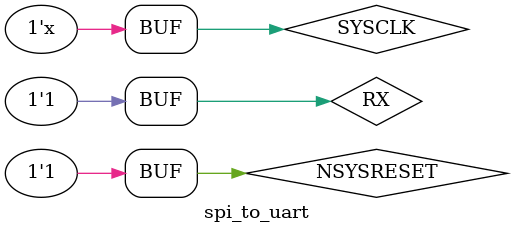
<source format=v>

`timescale 1ns/100ps

module spi_to_uart;

parameter SYSCLK_PERIOD = 20;// 50MHZ

reg SYSCLK;
reg NSYSRESET;
reg RX;
wire SPISDO;
//wire SPISDO_0;
wire SPISCLKO;
wire TX;
wire [15:0]Q;
wire EMPTY;
wire [15:0]SPI_data;
wire RE;
wire SPIRXAVAIL;
//wire [3:0]next_state;
//wire [15:0]PRDATA;
//wire [15:0]SPI_data;
//wire PC_valid;
//wire [15:0]PC_data_reg;

initial
begin
    SYSCLK = 1'b0;
    NSYSRESET = 1'b0;
    RX    = 1'b1;
end

//////////////////////////////////////////////////////////////////////
// Reset Pulse
//////////////////////////////////////////////////////////////////////
initial
begin
    #(SYSCLK_PERIOD * 10 )
        NSYSRESET = 1'b1;
end


//////////////////////////////////////////////////////////////////////
// Clock Driver
//////////////////////////////////////////////////////////////////////
always @(SYSCLK)
    #(SYSCLK_PERIOD / 2.0) SYSCLK <= !SYSCLK;


initial
begin
    #(SYSCLK_PERIOD * 5208)
        RX <= 1'b1;
    #(SYSCLK_PERIOD * 5208)
        RX <= 1'b0;
//0X3A
    #(SYSCLK_PERIOD * 5208)
        RX <= 1'b0;
    #(SYSCLK_PERIOD * 5208)
        RX <= 1'b1;
    #(SYSCLK_PERIOD * 5208)
        RX <= 1'b0;
    #(SYSCLK_PERIOD * 5208)
        RX <= 1'b1;
    #(SYSCLK_PERIOD * 5208)
        RX <= 1'b1;
    #(SYSCLK_PERIOD * 5208)
        RX <= 1'b1;
    #(SYSCLK_PERIOD * 5208)
        RX <= 1'b0;
    #(SYSCLK_PERIOD * 5208)
        RX <= 1'b0;

    #(SYSCLK_PERIOD * 5208)
        RX <= 1'b1;

    #(SYSCLK_PERIOD * 5208)
        RX <= 1'b0;
//0XBA
    #(SYSCLK_PERIOD * 5208)
        RX <= 1'b0;
    #(SYSCLK_PERIOD * 5208)
        RX <= 1'b1;
    #(SYSCLK_PERIOD * 5208)
        RX <= 1'b0;
    #(SYSCLK_PERIOD * 5208)
        RX <= 1'b1;
    #(SYSCLK_PERIOD * 5208)
        RX <= 1'b1;
    #(SYSCLK_PERIOD * 5208)
        RX <= 1'b1;
    #(SYSCLK_PERIOD * 5208)
        RX <= 1'b0;
    #(SYSCLK_PERIOD * 5208)
        RX <= 1'b1;

    #(SYSCLK_PERIOD * 5208)
        RX <= 1'b1;

    #(SYSCLK_PERIOD * 5208)
        RX <= 1'b1;
    #(SYSCLK_PERIOD * 5208)
        RX <= 1'b0;
//0X3B
    #(SYSCLK_PERIOD * 5208)
        RX <= 1'b1;
    #(SYSCLK_PERIOD * 5208)
        RX <= 1'b1;
    #(SYSCLK_PERIOD * 5208)
        RX <= 1'b0;
    #(SYSCLK_PERIOD * 5208)
        RX <= 1'b1;
    #(SYSCLK_PERIOD * 5208)
        RX <= 1'b1;
    #(SYSCLK_PERIOD * 5208)
        RX <= 1'b1;
    #(SYSCLK_PERIOD * 5208)
        RX <= 1'b0;
    #(SYSCLK_PERIOD * 5208)
        RX <= 1'b0;

    #(SYSCLK_PERIOD * 5208)
        RX <= 1'b1;

    #(SYSCLK_PERIOD * 5208)
        RX <= 1'b0;
//0XB6
    #(SYSCLK_PERIOD * 5208)
        RX <= 1'b0;
    #(SYSCLK_PERIOD * 5208)
        RX <= 1'b1;
    #(SYSCLK_PERIOD * 5208)
        RX <= 1'b1;
    #(SYSCLK_PERIOD * 5208)
        RX <= 1'b0;
    #(SYSCLK_PERIOD * 5208)
        RX <= 1'b1;
    #(SYSCLK_PERIOD * 5208)
        RX <= 1'b1;
    #(SYSCLK_PERIOD * 5208)
        RX <= 1'b0;
    #(SYSCLK_PERIOD * 5208)
        RX <= 1'b1;

    #(SYSCLK_PERIOD * 5208)
        RX <= 1'b1;

end
//////////////////////////////////////////////////////////////////////
// Instantiate Unit Under Test:  top_0
//////////////////////////////////////////////////////////////////////
top_0 top_0_0 (
    // Inputs
    .PCLK(SYSCLK),
    .PRESETN(NSYSRESET),
    .rxd(RX),
    .SPISDI(1'b0),
    //.data_in(16'h0ABC),

    // Outputs
    .SPISDO(SPISDO),
    //.SPISDO_0(SPISDO_0),
    .txd(TX),
//    .SPI_data(SPI_data),
    .SPISCLKO(SPISCLKO),
    .dout(Q),
    .empty(EMPTY),
    .SPI_data(SPI_data),
    .RE(RE),
    .SPIRXAVAIL(SPIRXAVAIL)
    //.next_state(next_state),
    //.PRDATA(PRDATA)
//    .SPI_valid(SPI_valid),
 //   .PC_valid(PC_valid)
//    .PC_data_reg(PC_data_reg)
    // Inouts

);

endmodule


</source>
